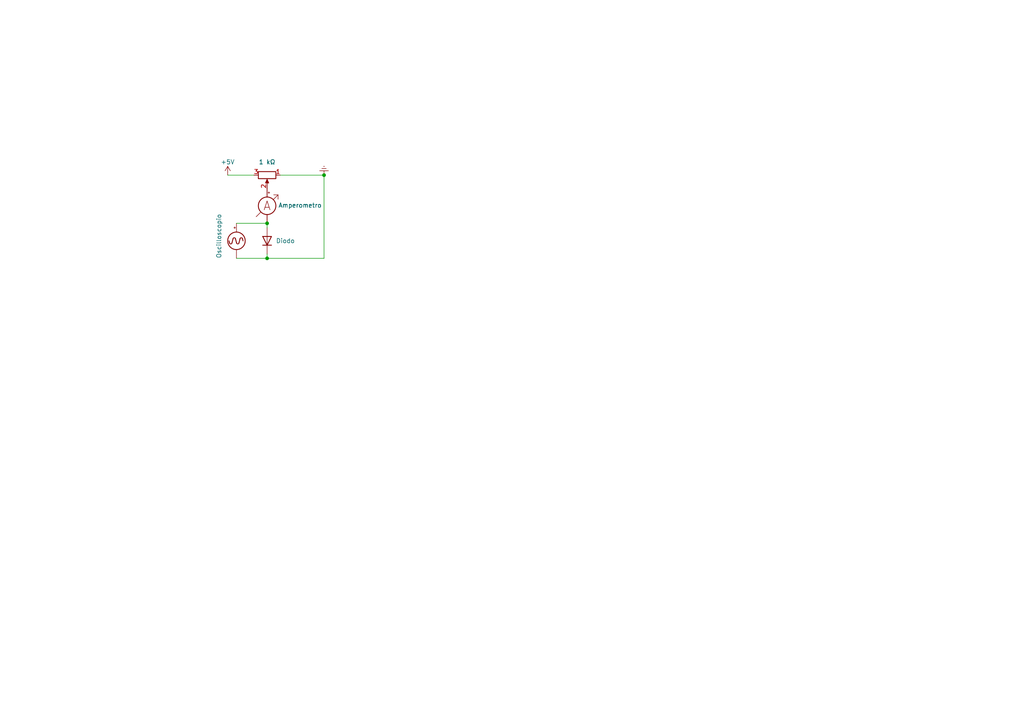
<source format=kicad_sch>
(kicad_sch (version 20230121) (generator eeschema)
  (paper "A4")
  (lib_symbols
    (symbol "Device:Ammeter_DC" (pin_numbers hide) (pin_names (offset 0.0254) hide)
      (property "Reference" "MES" (at -3.302 1.016 0))
      (property "Value" "Ammeter_DC" (at -3.302 -0.762 0))
      (symbol "Ammeter_DC_0_0"
        (polyline (pts (xy -3.175 -3.175) (xy -1.905 -1.905)))
        (polyline (pts (xy 1.905 1.905) (xy 3.175 3.175)))
        (polyline (pts (xy 1.905 3.175) (xy 3.175 3.175) (xy 3.175 1.905)))
        (text "A" (at 0 0 0) (effects (font (size 2.54 2.54))))
      )
      (symbol "Ammeter_DC_0_1"
        (polyline (pts (xy 0.254 3.81) (xy 0.762 3.81)))
        (polyline (pts (xy 0.508 4.064) (xy 0.508 3.556)))
        (circle (center 0 0) (radius 2.54) (stroke (width 0.254)))
      )
      (symbol "Ammeter_DC_1_1"
        (pin passive line (at 0 -5.08 90) (length 2.54) (name "-") (number "1"))
        (pin passive line (at 0 5.08 270) (length 2.54) (name "+") (number "2"))
      )
    )
    (symbol "Device:Oscilloscope" (pin_numbers hide) (pin_names (offset 0.0254) hide)
      (property "Reference" "MES" (at -3.302 1.016 0))
      (property "Value" "Oscilloscope" (at -3.302 -0.762 0))
      (symbol "Oscilloscope_0_0"
        (arc (start -1.016 0.508) (mid -1.397 0.8874) (end -1.778 0.508) (stroke (width 0.254)))
        (arc (start -0.762 -0.508) (mid -0.381 -0.8874) (end 0 -0.508) (stroke (width 0.254)))
        (polyline (pts (xy -1.778 0.508) (xy -1.905 0)) (stroke (width 0.254)))
        (polyline (pts (xy -1.016 0.508) (xy -0.762 -0.508)) (stroke (width 0.254)))
        (polyline (pts (xy 0 -0.508) (xy 0.254 0.508)) (stroke (width 0.254)))
        (polyline (pts (xy 1.016 0.508) (xy 1.27 -0.508)) (stroke (width 0.254)))
        (polyline (pts (xy 2.032 -0.508) (xy 2.159 0)) (stroke (width 0.254)))
        (arc (start 1.016 0.508) (mid 0.635 0.8874) (end 0.254 0.508) (stroke (width 0.254)))
        (arc (start 1.27 -0.508) (mid 1.651 -0.8874) (end 2.032 -0.508) (stroke (width 0.254)))
      )
      (symbol "Oscilloscope_0_1"
        (polyline (pts (xy 0.254 3.81) (xy 0.762 3.81)))
        (polyline (pts (xy 0.508 4.064) (xy 0.508 3.556)))
        (circle (center 0 0) (radius 2.54) (stroke (width 0.254)))
      )
      (symbol "Oscilloscope_1_1"
        (pin passive line (at 0 -5.08 90) (length 2.54) (name "-") (number "1"))
        (pin passive line (at 0 5.08 270) (length 2.54) (name "+") (number "2"))
      )
    )
    (symbol "Device:R_Potentiometer" (pin_names (offset 1.016) hide)
      (property "Reference" "RV" (at -4.445 0 90))
      (property "Value" "R_Potentiometer" (at -2.54 0 90))
      (symbol "R_Potentiometer_0_1"
        (polyline (pts (xy 2.54 0) (xy 1.524 0)))
        (polyline (pts (xy 1.143 0) (xy 2.286 0.508) (xy 2.286 -0.508) (xy 1.143 0)) (fill (type outline)))
        (rectangle (start 1.016 2.54) (end -1.016 -2.54) (stroke (width 0.254)))
      )
      (symbol "R_Potentiometer_1_1"
        (pin passive line (at 0 3.81 270) (length 1.27) (name "1") (number "1"))
        (pin passive line (at 3.81 0 180) (length 1.27) (name "2") (number "2"))
        (pin passive line (at 0 -3.81 90) (length 1.27) (name "3") (number "3"))
      )
    )
    (symbol "Diode:1N4001" (pin_numbers hide) (pin_names hide)
      (property "Reference" "D" (at 0 2.54 0))
      (property "Value" "1N4001" (at 0 -2.54 0))
      (symbol "1N4001_0_1"
        (polyline (pts (xy -1.27 1.27) (xy -1.27 -1.27)) (stroke (width 0.254)))
        (polyline (pts (xy 1.27 0) (xy -1.27 0)))
        (polyline (pts (xy 1.27 1.27) (xy 1.27 -1.27) (xy -1.27 0) (xy 1.27 1.27)) (stroke (width 0.254)))
      )
      (symbol "1N4001_1_1"
        (pin passive line (at -3.81 0 0) (length 2.54) (name "K") (number "1"))
        (pin passive line (at 3.81 0 180) (length 2.54) (name "A") (number "2"))
      )
    )
    (symbol "power:+5V" (power) (pin_names (offset 0))
      (property "Value" "+5V" (at 0 3.556 0))
      (symbol "+5V_0_1"
        (polyline (pts (xy -0.762 1.27) (xy 0 2.54)))
        (polyline (pts (xy 0 0) (xy 0 2.54)))
        (polyline (pts (xy 0 2.54) (xy 0.762 1.27)))
      )
      (symbol "+5V_1_1"
        (pin power_in line (at 0 0 90) (length 0) hide (name "+5V") (number "1"))
      )
    )
    (symbol "power:Earth" (power) (pin_names (offset 0))
      (symbol "Earth_0_1"
        (polyline (pts (xy -0.635 -1.905) (xy 0.635 -1.905)))
        (polyline (pts (xy -0.127 -2.54) (xy 0.127 -2.54)))
        (polyline (pts (xy 0 -1.27) (xy 0 0)))
        (polyline (pts (xy 1.27 -1.27) (xy -1.27 -1.27)))
      )
      (symbol "Earth_1_1"
        (pin power_in line (at 0 0 270) (length 0) hide (name "Earth") (number "1"))
      )
    )
  )
  (junction (at 77.47 64.77))
  (junction (at 93.98 50.8))
  (junction (at 77.47 74.93))
  (wire (pts (xy 77.47 74.93) (xy 93.98 74.93)))
  (wire (pts (xy 68.58 74.93) (xy 77.47 74.93)))
  (wire (pts (xy 77.47 73.66) (xy 77.47 74.93)))
  (wire (pts (xy 81.28 50.8) (xy 93.98 50.8)))
  (wire (pts (xy 66.04 50.8) (xy 73.66 50.8)))
  (wire (pts (xy 77.47 64.77) (xy 77.47 66.04)))
  (wire (pts (xy 93.98 50.8) (xy 93.98 74.93)))
  (wire (pts (xy 68.58 64.77) (xy 77.47 64.77)))
  (symbol (lib_id "power:Earth") (at 93.98 50.8 0) (mirror x) (unit 1)
    (property "Reference" "#PWR04" (effects hide))
    (property "Value" "Earth" (effects hide))
  )
  (symbol (lib_id "Device:Ammeter_DC") (at 77.47 59.69 0) (unit 1)
    (property "Reference" "MES4" (effects hide))
    (property "Value" "Amperometro" (at 80.7187 59.553 0) (effects (justify left)))
  )
  (symbol (lib_id "Diode:1N4001") (at 77.47 69.85 90) (unit 1)
    (property "Reference" "D1" (effects hide))
    (property "Value" "Diodo" (at 80.01 69.85 90) (effects (justify right)))
    (property "Footprint" "Diode_THT:D_DO-41_SOD81_P10.16mm_Horizontal" (effects hide))
    (property "Datasheet" "http://www.vishay.com/docs/88503/1n4001.pdf" (effects hide))
    (property "Sim.Device" "D" (effects hide))
    (property "Sim.Pins" "1=K 2=A" (effects hide))
  )
  (symbol (lib_id "power:+5V") (at 66.04 50.8 0) (unit 1)
    (property "Reference" "#PWR03" (effects hide))
    (property "Value" "+5V" (at 66.04 46.99 0))
  )
  (symbol (lib_id "Device:R_Potentiometer") (at 77.47 50.8 270) (unit 1)
    (property "Reference" "RV2" (effects hide))
    (property "Value" "1 kΩ" (at 77.47 46.99 90))
  )
  (symbol (lib_id "Device:Oscilloscope") (at 68.58 69.85 0) (mirror y) (unit 1)
    (property "Reference" "MES3" (effects hide))
    (property "Value" "Oscilloscopio" (at 63.5 74.93 90) (effects (justify left)))
  )
)
</source>
